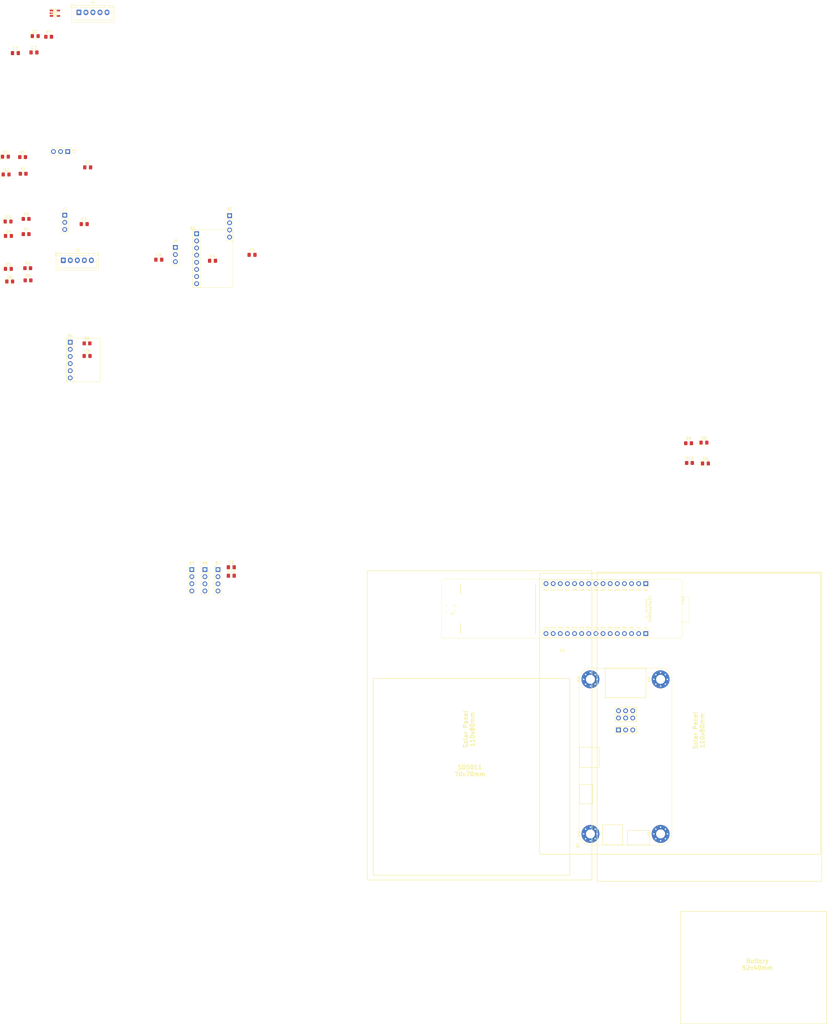
<source format=kicad_pcb>
(kicad_pcb (version 20211014) (generator pcbnew)
  (layers (0 "F.Cu" signal) (31 "B.Cu" signal) (34 "B.Paste" user) (35 "F.Paste" user) (36 "B.SilkS" user "B.Silkscreen") (37 "F.SilkS" user "F.Silkscreen") (38 "B.Mask" user) (39 "F.Mask" user) (44 "Edge.Cuts" user))
  (net 0 "")
  (net 1 "+3V3")
  (net 2 "DATA")
  (net 3 "GND2")
  (net 4 "+5V")
  (net 5 "Net-(D1-Pad2)")
  (net 6 "Net-(D2-Pad2)")
  (net 7 "Net-(D3-Pad2)")
  (net 8 "Net-(D4-Pad2)")
  (net 9 "Net-(D5-Pad2)")
  (net 10 "Net-(D6-Pad2)")
  (net 11 "Net-(D7-Pad2)")
  (net 12 "GND1")
  (net 13 "Net-(D8-Pad2)")
  (net 14 "Net-(D9-Pad2)")
  (net 15 "S0TX-SDS")
  (net 16 "S0RX-SDS")
  (net 17 "S5TX-EXTRA_RX")
  (net 18 "S5RX-EXTRA_TX")
  (net 19 "RST-LoRa")
  (net 20 "SDA")
  (net 21 "SCL")
  (net 22 "EN")
  (net 23 "BAT")
  (net 45 "S2TX-LoRa_RX")
  (net 46 "S2RX-LoRa_TX")
  (net 47 "S0RX-SDS_TX")
  (net 48 "SOTX-SDS_RX")
  (net 50 "Net-(J5-Pad1)")
  (net 51 "Net-(J5-Pad2)")
  (footprint "Resistor_SMD:R_0805_2012Metric_Pad1.20x1.40mm_HandSolder" (layer "F.Cu") (at 137.3 230.21)
    (fp_text reference "R3" (at 0 -1.65) (layer "F.SilkS"))
    (fp_text value "1kΩ")
    (pad "1" smd roundrect (at -1 0) (size 1.2 1.4) (layers "F.Cu" "F.Paste" "F.Mask") (roundrect_rratio 0.208333) (net 7 "Net-(D3-Pad2)"))
    (pad "2" smd roundrect (at 1 0) (size 1.2 1.4) (layers "F.Cu" "F.Paste" "F.Mask") (roundrect_rratio 0.208333) (net 18 "S5RX-EXTRA_TX"))
  )
  (footprint "LED_SMD:LED_0805_2012Metric_Pad1.15x1.40mm_HandSolder" (layer "F.Cu") (at 130.975 247.98)
    (fp_text reference "D5" (at 0 -1.65) (layer "F.SilkS"))
    (fp_text value "LED")
    (pad "1" smd roundrect (at -1.025 0) (size 1.15 1.4) (layers "F.Cu" "F.Paste" "F.Mask") (roundrect_rratio 0.217391) (net 3 "GND2"))
    (pad "2" smd roundrect (at 1.025 0) (size 1.15 1.4) (layers "F.Cu" "F.Paste" "F.Mask") (roundrect_rratio 0.217391) (net 9 "Net-(D5-Pad2)"))
  )
  (footprint "Capacitor_SMD:C_0805_2012Metric_Pad1.18x1.45mm_HandSolder" (layer "F.Cu") (at 159.0125 278.97)
    (fp_text reference "C8" (at 0 -1.68) (layer "F.SilkS"))
    (fp_text value "100nF")
    (pad "1" smd roundrect (at -1.0375 0) (size 1.175 1.45) (layers "F.Cu" "F.Paste" "F.Mask") (roundrect_rratio 0.212766) (net 1 "+3V3"))
    (pad "2" smd roundrect (at 1.0375 0) (size 1.175 1.45) (layers "F.Cu" "F.Paste" "F.Mask") (roundrect_rratio 0.212766) (net 3 "GND2"))
  )
  (footprint "Capacitor_SMD:C_0805_2012Metric_Pad1.18x1.45mm_HandSolder" (layer "F.Cu") (at 159.24 211.87)
    (fp_text reference "C1" (at 0 -1.68) (layer "F.SilkS"))
    (fp_text value "1µF")
    (pad "1" smd roundrect (at -1.0375 0) (size 1.175 1.45) (layers "F.Cu" "F.Paste" "F.Mask") (roundrect_rratio 0.212766) (net 4 "+5V"))
    (pad "2" smd roundrect (at 1.0375 0) (size 1.175 1.45) (layers "F.Cu" "F.Paste" "F.Mask") (roundrect_rratio 0.212766) (net 3 "GND2"))
  )
  (footprint "Resistor_SMD:R_0805_2012Metric_Pad1.20x1.40mm_HandSolder" (layer "F.Cu") (at 158.99 274.49)
    (fp_text reference "R8" (at 0 -1.65) (layer "F.SilkS"))
    (fp_text value "10kΩ")
    (pad "1" smd roundrect (at -1 0) (size 1.2 1.4) (layers "F.Cu" "F.Paste" "F.Mask") (roundrect_rratio 0.208333) (net 2 "DATA"))
    (pad "2" smd roundrect (at 1 0) (size 1.2 1.4) (layers "F.Cu" "F.Paste" "F.Mask") (roundrect_rratio 0.208333) (net 1 "+3V3"))
  )
  (footprint "LED_SMD:LED_0805_2012Metric_Pad1.15x1.40mm_HandSolder" (layer "F.Cu") (at 379.265 317.21)
    (fp_text reference "D9" (at 0 -1.65) (layer "F.SilkS"))
    (fp_text value "LED")
    (pad "1" smd roundrect (at -1.025 0) (size 1.15 1.4) (layers "F.Cu" "F.Paste" "F.Mask") (roundrect_rratio 0.217391) (net 12 "GND1"))
    (pad "2" smd roundrect (at 1.025 0) (size 1.15 1.4) (layers "F.Cu" "F.Paste" "F.Mask") (roundrect_rratio 0.217391) (net 14 "Net-(D9-Pad2)"))
  )
  (footprint "Capacitor_SMD:C_0805_2012Metric_Pad1.18x1.45mm_HandSolder" (layer "F.Cu") (at 210.37 354.14)
    (fp_text reference "C9" (at 0 -1.68) (layer "F.SilkS"))
    (fp_text value "100nF")
    (pad "1" smd roundrect (at -1.0375 0) (size 1.175 1.45) (layers "F.Cu" "F.Paste" "F.Mask") (roundrect_rratio 0.212766) (net 1 "+3V3"))
    (pad "2" smd roundrect (at 1.0375 0) (size 1.175 1.45) (layers "F.Cu" "F.Paste" "F.Mask") (roundrect_rratio 0.212766) (net 3 "GND2"))
  )
  (footprint "Component_Library_Bavo:FLWSB-SAMDaaNo21-v1" (layer "F.Cu") (at 328.171572 383.1975 180)
    (fp_text reference "U1" (at 0 -0.5 180 unlocked) (layer "F.SilkS"))
    (fp_text value "FLWSB-SAMDaaNo21-v1")
    (fp_text user "PB22" (at -19.685 7.62 180 unlocked) (layer "F.SilkS") (effects (font (size 0.5 0.5) (thickness 0.1))))
    (fp_text user "3V3" (at -27.305 7.62 180 unlocked) (layer "F.SilkS") (effects (font (size 0.5 0.5) (thickness 0.1))))
    (fp_text user "PA03" (at -24.765 20.955 unlocked) (layer "F.SilkS") (effects (font (size 0.5 0.5) (thickness 0.1))))
    (fp_text user "PA05" (at -14.605 20.955 unlocked) (layer "F.SilkS") (effects (font (size 0.5 0.5) (thickness 0.1))))
    (fp_text user "PA16" (at 0.635 7.62 180 unlocked) (layer "F.SilkS") (effects (font (size 0.5 0.5) (thickness 0.1))))
    (fp_text user "V1 - 25/10/2022" (at -30.082893 14.327893 90) (layer "F.SilkS") (effects (font (size 0.5 0.5) (thickness 0.1))))
    (fp_text user "PA23" (at -17.145 7.62 180 unlocked) (layer "F.SilkS") (effects (font (size 0.5 0.5) (thickness 0.1))))
    (fp_text user "PA11" (at 0.635 20.955 unlocked) (layer "F.SilkS") (effects (font (size 0.5 0.5) (thickness 0.1))))
    (fp_text user "PB03" (at -22.225 7.62 180 unlocked) (layer "F.SilkS") (effects (font (size 0.5 0.5) (thickness 0.1))))
    (fp_text user "PA18" (at -4.445 7.62 180 unlocked) (layer "F.SilkS") (effects (font (size 0.5 0.5) (thickness 0.1))))
    (fp_text user "PA14" (at 5.715 7.62 180 unlocked) (layer "F.SilkS") (effects (font (size 0.5 0.5) (thickness 0.1))))
    (fp_text user "RF" (at 39.235986 12.562763 180 unlocked) (layer "F.SilkS") (effects (font (size 0.5 0.5) (thickness 0.1))))
    (fp_text user "PA08" (at -22.225 20.955 unlocked) (layer "F.SilkS") (effects (font (size 0.5 0.5) (thickness 0.1))))
    (fp_text user "PA19" (at -6.985 7.62 180 unlocked) (layer "F.SilkS") (effects (font (size 0.5 0.5) (thickness 0.1))))
    (fp_text user "PA04" (at -17.145 20.955 unlocked) (layer "F.SilkS") (effects (font (size 0.5 0.5) (thickness 0.1))))
    (fp_text user "PA12" (at 3.175 20.955 unlocked) (layer "F.SilkS") (effects (font (size 0.5 0.5) (thickness 0.1))))
    (fp_text user "PA20" (at -9.525 7.62 180 unlocked) (layer "F.SilkS") (effects (font (size 0.5 0.5) (thickness 0.1))))
    (fp_text user "PA02" (at -27.305 20.955 unlocked) (layer "F.SilkS") (effects (font (size 0.5 0.5) (thickness 0.1))))
    (fp_text user "PA13" (at 5.715 20.955 unlocked) (layer "F.SilkS") (effects (font (size 0.5 0.5) (thickness 0.1))))
    (fp_text user "PA15" (at 3.175 7.62 180 unlocked) (layer "F.SilkS") (effects (font (size 0.5 0.5) (thickness 0.1))))
    (fp_text user "PA09" (at -19.685 20.955 unlocked) (layer "F.SilkS") (effects (font (size 0.5 0.5) (thickness 0.1))))
    (fp_text user "USB-C" (at -43.18 17.145 270 unlocked) (layer "F.SilkS") (effects (font (size 0.5 0.5) (thickness 0.1))))
    (fp_text user "GND" (at -29.845 20.955 unlocked) (layer "F.SilkS") (effects (font (size 0.5 0.5) (thickness 0.1))))
    (fp_text user "PA06" (at -12.065 20.955 unlocked) (layer "F.SilkS") (effects (font (size 0.5 0.5) (thickness 0.1))))
    (fp_text user "PA22" (at -14.605 7.62 180 unlocked) (layer "F.SilkS") (effects (font (size 0.5 0.5) (thickness 0.1))))
    (fp_text user "PA07" (at -9.525 20.955 unlocked) (layer "F.SilkS") (effects (font (size 0.5 0.5) (thickness 0.1))))
    (fp_text user "PA17" (at -1.905 7.62 180 unlocked) (layer "F.SilkS") (effects (font (size 0.5 0.5) (thickness 0.1))))
    (fp_text user "GND" (at -24.765 7.62 180 unlocked) (layer "F.SilkS") (effects (font (size 0.5 0.5) (thickness 0.1))))
    (fp_text user "SAMDaaNo21" (at -31.386893 14.327893 90) (layer "F.SilkS"))
    (fp_text user "PA10" (at -1.905 20.955 unlocked) (layer "F.SilkS") (effects (font (size 0.5 0.5) (thickness 0.1))))
    (fp_text user "PA08" (at -6.985 20.955 unlocked) (layer "F.SilkS") (effects (font (size 0.5 0.5) (thickness 0.1))))
    (fp_text user "PA09" (at -4.445 20.955 unlocked) (layer "F.SilkS") (effects (font (size 0.5 0.5) (thickness 0.1))))
    (fp_text user "PA21" (at -12.065 7.62 180 unlocked) (layer "F.SilkS") (effects (font (size 0.5 0.5) (thickness 0.1))))
    (fp_text user "VIN" (at -29.845 7.62 180 unlocked) (layer "F.SilkS") (effects (font (size 0.5 0.5) (thickness 0.1))))
    (pad "1" thru_hole rect (at -29.862893 23.232893 270) (size 1.7 1.7) (drill 1) (layers *.Cu *.Mask) (net 12 "GND1"))
    (pad "2" thru_hole oval (at -27.322893 23.232893 270) (size 1.7 1.7) (drill 1) (layers *.Cu *.Mask) (net 23 "BAT"))
    (pad "3" thru_hole oval (at -24.782893 23.232893 270) (size 1.7 1.7) (drill 1) (layers *.Cu *.Mask) (net 22 "EN"))
    (pad "4" thru_hole oval (at -22.242893 23.232893 270) (size 1.7 1.7) (drill 1) (layers *.Cu *.Mask) (net 2 "DATA"))
    (pad "5" thru_hole oval (at -19.702893 23.232893 270) (size 1.7 1.7) (drill 1) (layers *.Cu *.Mask))
    (pad "6" thru_hole oval (at -17.162893 23.232893 270) (size 1.7 1.7) (drill 1) (layers *.Cu *.Mask) (net 48 "SOTX-SDS_RX"))
    (pad "7" thru_hole oval (at -14.622893 23.232893 270) (size 1.7 1.7) (drill 1) (layers *.Cu *.Mask) (net 47 "S0RX-SDS_TX"))
    (pad "8" thru_hole oval (at -12.082893 23.232893 270) (size 1.7 1.7) (drill 1) (layers *.Cu *.Mask))
    (pad "9" thru_hole oval (at -9.542893 23.232893 270) (size 1.7 1.7) (drill 1) (layers *.Cu *.Mask))
    (pad "10" thru_hole oval (at -7.002893 23.232893 270) (size 1.7 1.7) (drill 1) (layers *.Cu *.Mask) (net 45 "S2TX-LoRa_RX"))
    (pad "11" thru_hole oval (at -4.462893 23.232893 270) (size 1.7 1.7) (drill 1) (layers *.Cu *.Mask) (net 46 "S2RX-LoRa_TX"))
    (pad "12" thru_hole oval (at -1.922893 23.232893 270) (size 1.7 1.7) (drill 1) (layers *.Cu *.Mask) (net 19 "RST-LoRa"))
    (pad "13" thru_hole oval (at 0.617107 23.232893 270) (size 1.7 1.7) (drill 1) (layers *.Cu *.Mask))
    (pad "14" thru_hole oval (at 3.157107 23.232893 270) (size 1.7 1.7) (drill 1) (layers *.Cu *.Mask) (net 20 "SDA"))
    (pad "15" thru_hole oval (at 5.697107 23.232893 270) (size 1.7 1.7) (drill 1) (layers *.Cu *.Mask) (net 21 "SCL"))
    (pad "16" thru_hole oval (at 5.697107 5.452893 270) (size 1.7 1.7) (drill 1) (layers *.Cu *.Mask))
    (pad "17" thru_hole oval (at 3.157107 5.452893 270) (size 1.7 1.7) (drill 1) (layers *.Cu *.Mask))
    (pad "18" thru_hole oval (at 0.617107 5.452893 270) (size 1.7 1.7) (drill 1) (layers *.Cu *.Mask))
    (pad "19" thru_hole oval (at -1.922893 5.452893 270) (size 1.7 1.7) (drill 1) (layers *.Cu *.Mask))
    (pad "20" thru_hole oval (at -4.462893 5.452893 270) (size 1.7 1.7) (drill 1) (layers *.Cu *.Mask))
    (pad "21" thru_hole oval (at -7.002893 5.452893 270) (size 1.7 1.7) (drill 1) (layers *.Cu *.Mask))
    (pad "22" thru_hole oval (at -9.542893 5.452893 270) (size 1.7 1.7) (drill 1) (layers *.Cu *.Mask))
    (pad "23" thru_hole oval (at -12.082893 5.452893 270) (size 1.7 1.7) (drill 1) (layers *.Cu *.Mask))
    (pad "24" thru_hole oval (at -14.622893 5.452893 270) (size 1.7 1.7) (drill 1) (layers *.Cu *.Mask) (net 18 "S5RX-EXTRA_TX"))
    (pad "25" thru_hole oval (at -17.162893 5.452893 270) (size 1.7 1.7) (drill 1) (layers *.Cu *.Mask) (net 17 "S5TX-EXTRA_RX"))
    (pad "26" thru_hole oval (at -19.702893 5.452893 270) (size 1.7 1.7) (drill 1) (layers *.Cu *.Mask))
    (pad "27" thru_hole oval (at -22.242893 5.452893 270) (size 1.7 1.7) (drill 1) (layers *.Cu *.Mask))
    (pad "28" thru_hole oval (at -24.782893 5.452893 270) (size 1.7 1.7) (drill 1) (layers *.Cu *.Mask) (net 12 "GND1"))
    (pad "29" thru_hole oval (at -27.322893 5.452893 270) (size 1.7 1.7) (drill 1) (layers *.Cu *.Mask) (net 51 "Net-(J5-Pad2)"))
    (pad "30" thru_hole rect (at -29.862893 5.452893 270) (size 1.7 1.7) (drill 1) (layers *.Cu *.Mask) (net 50 "Net-(J5-Pad1)"))
  )
  (footprint "Resistor_SMD:R_0805_2012Metric_Pad1.20x1.40mm_HandSolder" (layer "F.Cu") (at 373.58 317.04)
    (fp_text reference "R10" (at 0 -1.65) (layer "F.SilkS"))
    (fp_text value "1kΩ")
    (pad "1" smd roundrect (at -1 0) (size 1.2 1.4) (layers "F.Cu" "F.Paste" "F.Mask") (roundrect_rratio 0.208333) (net 51 "Net-(J5-Pad2)"))
    (pad "2" smd roundrect (at 1 0) (size 1.2 1.4) (layers "F.Cu" "F.Paste" "F.Mask") (roundrect_rratio 0.208333) (net 14 "Net-(D9-Pad2)"))
  )
  (footprint "LED_SMD:LED_0805_2012Metric_Pad1.15x1.40mm_HandSolder" (layer "F.Cu") (at 130.18 214.39)
    (fp_text reference "D2" (at 0 -1.65) (layer "F.SilkS"))
    (fp_text value "LED")
    (pad "1" smd roundrect (at -1.025 0) (size 1.15 1.4) (layers "F.Cu" "F.Paste" "F.Mask") (roundrect_rratio 0.217391) (net 3 "GND2"))
    (pad "2" smd roundrect (at 1.025 0) (size 1.15 1.4) (layers "F.Cu" "F.Paste" "F.Mask") (roundrect_rratio 0.217391) (net 6 "Net-(D2-Pad2)"))
  )
  (footprint "Capacitor_SMD:C_0805_2012Metric_Pad1.18x1.45mm_HandSolder" (layer "F.Cu") (at 217.7725 242.99)
    (fp_text reference "C5" (at 0 -1.68) (layer "F.SilkS"))
    (fp_text value "100nF")
    (pad "1" smd roundrect (at -1.0375 0) (size 1.175 1.45) (layers "F.Cu" "F.Paste" "F.Mask") (roundrect_rratio 0.212766) (net 1 "+3V3"))
    (pad "2" smd roundrect (at 1.0375 0) (size 1.175 1.45) (layers "F.Cu" "F.Paste" "F.Mask") (roundrect_rratio 0.212766) (net 3 "GND2"))
  )
  (footprint "MountingHole:MountingHole_3.2mm_M3_Pad_Via" (layer "F.Cu") (at 338.3 394.02 90)
    (fp_text reference "H3" (at 0 -4.2 90) (layer "F.SilkS"))
    (fp_text value "MountingHole")
    (pad "1" thru_hole circle (at -1.697056 -1.697056 90) (size 0.8 0.8) (drill 0.5) (layers *.Cu *.Mask))
    (pad "1" thru_hole circle (at 1.697056 -1.697056 90) (size 0.8 0.8) (drill 0.5) (layers *.Cu *.Mask))
    (pad "1" thru_hole circle (at 2.4 0 90) (size 0.8 0.8) (drill 0.5) (layers *.Cu *.Mask))
    (pad "1" thru_hole circle (at -1.697056 1.697056 90) (size 0.8 0.8) (drill 0.5) (layers *.Cu *.Mask))
    (pad "1" thru_hole circle (at 0 0 90) (size 6.4 6.4) (drill 3.2) (layers *.Cu *.Mask))
    (pad "1" thru_hole circle (at -2.4 0 90) (size 0.8 0.8) (drill 0.5) (layers *.Cu *.Mask))
    (pad "1" thru_hole circle (at 0 2.4 90) (size 0.8 0.8) (drill 0.5) (layers *.Cu *.Mask))
    (pad "1" thru_hole circle (at 1.697056 1.697056 90) (size 0.8 0.8) (drill 0.5) (layers *.Cu *.Mask))
    (pad "1" thru_hole circle (at 0 -2.4 90) (size 0.8 0.8) (drill 0.5) (layers *.Cu *.Mask))
  )
  (footprint "Component_Library_Bavo:CCS811_Breakout" (layer "F.Cu") (at 196.6425 234.11)
    (fp_text reference "B3" (at 0 -0.5 unlocked) (layer "F.SilkS"))
    (fp_text value "CCS811_Breakout")
    (pad "1" thru_hole rect (at 1.4 1.37) (size 1.7 1.7) (drill 1) (layers *.Cu *.Mask) (net 1 "+3V3"))
    (pad "2" thru_hole oval (at 1.4 3.91) (size 1.7 1.7) (drill 1) (layers *.Cu *.Mask) (net 3 "GND2"))
    (pad "3" thru_hole oval (at 1.4 6.45) (size 1.7 1.7) (drill 1) (layers *.Cu *.Mask) (net 21 "SCL"))
    (pad "4" thru_hole oval (at 1.4 8.99) (size 1.7 1.7) (drill 1) (layers *.Cu *.Mask) (net 20 "SDA"))
    (pad "5" thru_hole oval (at 1.4 11.53) (size 1.7 1.7) (drill 1) (layers *.Cu *.Mask))
    (pad "6" thru_hole oval (at 1.4 14.07) (size 1.7 1.7) (drill 1) (layers *.Cu *.Mask))
    (pad "7" thru_hole oval (at 1.4 16.61) (size 1.7 1.7) (drill 1) (layers *.Cu *.Mask))
    (pad "8" thru_hole oval (at 1.4 19.15) (size 1.7 1.7) (drill 1) (layers *.Cu *.Mask))
  )
  (footprint "MountingHole:MountingHole_3.2mm_M3_Pad_Via" (layer "F.Cu") (at 338.3 449.02 90)
    (fp_text reference "H2" (at 0 -4.2 90) (layer "F.SilkS"))
    (fp_text value "MountingHole")
    (pad "1" thru_hole circle (at 1.697056 1.697056 90) (size 0.8 0.8) (drill 0.5) (layers *.Cu *.Mask))
    (pad "1" thru_hole circle (at -2.4 0 90) (size 0.8 0.8) (drill 0.5) (layers *.Cu *.Mask))
    (pad "1" thru_hole circle (at -1.697056 1.697056 90) (size 0.8 0.8) (drill 0.5) (layers *.Cu *.Mask))
    (pad "1" thru_hole circle (at 1.697056 -1.697056 90) (size 0.8 0.8) (drill 0.5) (layers *.Cu *.Mask))
    (pad "1" thru_hole circle (at 2.4 0 90) (size 0.8 0.8) (drill 0.5) (layers *.Cu *.Mask))
    (pad "1" thru_hole circle (at 0 2.4 90) (size 0.8 0.8) (drill 0.5) (layers *.Cu *.Mask))
    (pad "1" thru_hole circle (at 0 -2.4 90) (size 0.8 0.8) (drill 0.5) (layers *.Cu *.Mask))
    (pad "1" thru_hole circle (at -1.697056 -1.697056 90) (size 0.8 0.8) (drill 0.5) (layers *.Cu *.Mask))
    (pad "1" thru_hole circle (at 0 0 90) (size 6.4 6.4) (drill 3.2) (layers *.Cu *.Mask))
  )
  (footprint "Connector_PinHeader_2.54mm:PinHeader_1x04_P2.54mm_Vertical" (layer "F.Cu") (at 196.34 354.96)
    (fp_text reference "B5" (at 0 -2.33) (layer "F.SilkS"))
    (fp_text value "GY-SGP41_Breakout")
    (pad "1" thru_hole rect (at 0 0) (size 1.7 1.7) (drill 1) (layers *.Cu *.Mask) (net 1 "+3V3"))
    (pad "2" thru_hole oval (at 0 2.54) (size 1.7 1.7) (drill 1) (layers *.Cu *.Mask) (net 3 "GND2"))
    (pad "3" thru_hole oval (at 0 5.08) (size 1.7 1.7) (drill 1) (layers *.Cu *.Mask) (net 21 "SCL"))
    (pad "4" thru_hole oval (at 0 7.62) (size 1.7 1.7) (drill 1) (layers *.Cu *.Mask) (net 20 "SDA"))
  )
  (footprint "Capacitor_SMD:C_0805_2012Metric_Pad1.18x1.45mm_HandSolder" (layer "F.Cu") (at 157.99 232.05)
    (fp_text reference "C2" (at 0 -1.68) (layer "F.SilkS"))
    (fp_text value "100nF")
    (pad "1" smd roundrect (at -1.0375 0) (size 1.175 1.45) (layers "F.Cu" "F.Paste" "F.Mask") (roundrect_rratio 0.212766) (net 1 "+3V3"))
    (pad "2" smd roundrect (at 1.0375 0) (size 1.175 1.45) (layers "F.Cu" "F.Paste" "F.Mask") (roundrect_rratio 0.212766) (net 3 "GND2"))
  )
  (footprint "Connector_PinHeader_2.54mm:PinHeader_1x03_P2.54mm_Vertical" (layer "F.Cu") (at 151.07 228.89)
    (fp_text reference "J1" (at 0 -2.33) (layer "F.SilkS"))
    (fp_text value "Conn_01x03_Male")
    (pad "1" thru_hole rect (at 0 0) (size 1.7 1.7) (drill 1) (layers *.Cu *.Mask) (net 45 "S2TX-LoRa_RX"))
    (pad "2" thru_hole oval (at 0 2.54) (size 1.7 1.7) (drill 1) (layers *.Cu *.Mask) (net 46 "S2RX-LoRa_TX"))
    (pad "3" thru_hole oval (at 0 5.08) (size 1.7 1.7) (drill 1) (layers *.Cu *.Mask) (net 19 "RST-LoRa"))
  )
  (footprint "LED_SMD:LED_0805_2012Metric_Pad1.15x1.40mm_HandSolder" (layer "F.Cu") (at 131.005 236.27)
    (fp_text reference "D4" (at 0 -1.65) (layer "F.SilkS"))
    (fp_text value "LED")
    (pad "1" smd roundrect (at -1.025 0) (size 1.15 1.4) (layers "F.Cu" "F.Paste" "F.Mask") (roundrect_rratio 0.217391) (net 3 "GND2"))
    (pad "2" smd roundrect (at 1.025 0) (size 1.15 1.4) (layers "F.Cu" "F.Paste" "F.Mask") (roundrect_rratio 0.217391) (net 8 "Net-(D4-Pad2)"))
  )
  (footprint "Capacitor_SMD:C_0805_2012Metric_Pad1.18x1.45mm_HandSolder" (layer "F.Cu") (at 184.5625 244.71)
    (fp_text reference "C6" (at 0 -1.68) (layer "F.SilkS"))
    (fp_text value "100nF")
    (pad "1" smd roundrect (at -1.0375 0) (size 1.175 1.45) (layers "F.Cu" "F.Paste" "F.Mask") (roundrect_rratio 0.212766) (net 1 "+3V3"))
    (pad "2" smd roundrect (at 1.0375 0) (size 1.175 1.45) (layers "F.Cu" "F.Paste" "F.Mask") (roundrect_rratio 0.212766) (net 3 "GND2"))
  )
  (footprint "Connector_JST:JST_XH_B5B-XH-A_1x05_P2.50mm_Vertical" (layer "F.Cu") (at 150.54 244.925)
    (fp_text reference "J2" (at 5 -3.55) (layer "F.SilkS"))
    (fp_text value "SDS011_JST-XH-5")
    (pad "1" thru_hole roundrect (at 0 0) (size 1.7 1.95) (drill 0.95) (layers *.Cu *.Mask) (roundrect_rratio 0.147059) (net 47 "S0RX-SDS_TX"))
    (pad "2" thru_hole oval (at 2.5 0) (size 1.7 1.95) (drill 0.95) (layers *.Cu *.Mask) (net 48 "SOTX-SDS_RX"))
    (pad "3" thru_hole oval (at 5 0) (size 1.7 1.95) (drill 0.95) (layers *.Cu *.Mask) (net 3 "GND2"))
    (pad "4" thru_hole oval (at 7.5 0) (size 1.7 1.95) (drill 0.95) (layers *.Cu *.Mask) (net 4 "+5V"))
    (pad "5" thru_hole oval (at 10 0) (size 1.7 1.95) (drill 0.95) (layers *.Cu *.Mask))
  )
  (footprint "Component_Library_Bavo:SOT95P280X145-5N" (layer "F.Cu") (at 147.56 157.025)
    (fp_text reference "IC1" (at 0 0) (layer "F.SilkS") (effects (font (size 1.27 1.27) (thickness 0.254))))
    (fp_text value "LDL1117S33R" hide)
    (pad "1" smd rect (at -1.25 -0.95 90) (size 0.6 1.2) (layers "F.Cu" "F.Paste" "F.Mask") (net 3 "GND2"))
    (pad "2" smd rect (at -1.25 0 90) (size 0.6 1.2) (layers "F.Cu" "F.Paste" "F.Mask") (net 1 "+3V3"))
    (pad "3" smd rect (at -1.25 0.95 90) (size 0.6 1.2) (layers "F.Cu" "F.Paste" "F.Mask") (net 4 "+5V"))
    (pad "4" smd rect (at 1.25 0.95 90) (size 0.6 1.2) (layers "F.Cu" "F.Paste" "F.Mask") (net 1 "+3V3"))
    (pad "5" smd rect (at 1.25 -0.95 90) (size 0.6 1.2) (layers "F.Cu" "F.Paste" "F.Mask"))
  )
  (footprint "Capacitor_SMD:C_0805_2012Metric_Pad1.18x1.45mm_HandSolder" (layer "F.Cu") (at 140.1 170.975)
    (fp_text reference "C7" (at 0 -1.68) (layer "F.SilkS"))
    (fp_text value "100nF")
    (pad "1" smd roundrect (at -1.0375 0) (size 1.175 1.45) (layers "F.Cu" "F.Paste" "F.Mask") (roundrect_rratio 0.212766) (net 1 "+3V3"))
    (pad "2" smd roundrect (at 1.0375 0) (size 1.175 1.45) (layers "F.Cu" "F.Paste" "F.Mask") (roundrect_rratio 0.212766) (net 3 "GND2"))
  )
  (footprint "Resistor_SMD:R_0805_2012Metric_Pad1.20x1.40mm_HandSolder" (layer "F.Cu") (at 136.06 208.2)
    (fp_text reference "R1" (at 0 -1.65) (layer "F.SilkS"))
    (fp_text value "1kΩ")
    (pad "1" smd roundrect (at -1 0) (size 1.2 1.4) (layers "F.Cu" "F.Paste" "F.Mask") (roundrect_rratio 0.208333) (net 5 "Net-(D1-Pad2)"))
    (pad "2" smd roundrect (at 1 0) (size 1.2 1.4) (layers "F.Cu" "F.Paste" "F.Mask") (roundrect_rratio 0.208333) (net 15 "S0TX-SDS"))
  )
  (footprint "Capacitor_SMD:C_0805_2012Metric_Pad1.18x1.45mm_HandSolder" (layer "F.Cu") (at 210.37 357.15)
    (fp_text reference "C10" (at 0 -1.68) (layer "F.SilkS"))
    (fp_text value "100nF")
    (pad "1" smd roundrect (at -1.0375 0) (size 1.175 1.45) (layers "F.Cu" "F.Paste" "F.Mask") (roundrect_rratio 0.212766) (net 1 "+3V3"))
    (pad "2" smd roundrect (at 1.0375 0) (size 1.175 1.45) (layers "F.Cu" "F.Paste" "F.Mask") (roundrect_rratio 0.212766) (net 3 "GND2"))
  )
  (footprint "LED_SMD:LED_0805_2012Metric_Pad1.15x1.40mm_HandSolder" (layer "F.Cu") (at 131.47 252.47)
    (fp_text reference "D6" (at 0 -1.65) (layer "F.SilkS"))
    (fp_text value "LED")
    (pad "1" smd roundrect (at -1.025 0) (size 1.15 1.4) (layers "F.Cu" "F.Paste" "F.Mask") (roundrect_rratio 0.217391) (net 3 "GND2"))
    (pad "2" smd roundrect (at 1.025 0) (size 1.15 1.4) (layers "F.Cu" "F.Paste" "F.Mask") (roundrect_rratio 0.217391) (net 10 "Net-(D6-Pad2)"))
  )
  (footprint "Resistor_SMD:R_0805_2012Metric_Pad1.20x1.40mm_HandSolder" (layer "F.Cu") (at 137.98 252.07)
    (fp_text reference "R6" (at 0 -1.65) (layer "F.SilkS"))
    (fp_text value "1kΩ")
    (pad "1" smd roundrect (at -1 0) (size 1.2 1.4) (layers "F.Cu" "F.Paste" "F.Mask") (roundrect_rratio 0.208333) (net 10 "Net-(D6-Pad2)"))
    (pad "2" smd roundrect (at 1 0) (size 1.2 1.4) (layers "F.Cu" "F.Paste" "F.Mask") (roundrect_rratio 0.208333) (net 45 "S2TX-LoRa_RX"))
  )
  (footprint "LED_SMD:LED_0805_2012Metric_Pad1.15x1.40mm_HandSolder" (layer "F.Cu") (at 378.7425 309.79)
    (fp_text reference "D8" (at 0 -1.65) (layer "F.SilkS"))
    (fp_text value "LED")
    (pad "1" smd roundrect (at -1.025 0) (size 1.15 1.4) (layers "F.Cu" "F.Paste" "F.Mask") (roundrect_rratio 0.217391) (net 12 "GND1"))
    (pad "2" smd roundrect (at 1.025 0) (size 1.15 1.4) (layers "F.Cu" "F.Paste" "F.Mask") (roundrect_rratio 0.217391) (net 13 "Net-(D8-Pad2)"))
  )
  (footprint "Connector_PinHeader_2.54mm:PinHeader_1x04_P2.54mm_Vertical" (layer "F.Cu") (at 205.64 354.96)
    (fp_text reference "B7" (at 0 -2.33) (layer "F.SilkS"))
    (fp_text value "DHT22_Breakout")
    (pad "1" thru_hole rect (at 0 0) (size 1.7 1.7) (drill 1) (layers *.Cu *.Mask) (net 1 "+3V3"))
    (pad "2" thru_hole oval (at 0 2.54) (size 1.7 1.7) (drill 1) (layers *.Cu *.Mask) (net 2 "DATA"))
    (pad "3" thru_hole oval (at 0 5.08) (size 1.7 1.7) (drill 1) (layers *.Cu *.Mask))
    (pad "4" thru_hole oval (at 0 7.62) (size 1.7 1.7) (drill 1) (layers *.Cu *.Mask) (net 3 "GND2"))
  )
  (footprint "Component_Library_Bavo:BM280_Breakout" (layer "F.Cu") (at 151.61 272.67)
    (fp_text reference "B4" (at 1.36 -0.9 unlocked) (layer "F.SilkS"))
    (fp_text value "BME280_Breakout")
    (pad "1" thru_hole rect (at 1.4 1.4) (size 1.7 1.7) (drill 1) (layers *.Cu *.Mask) (net 1 "+3V3"))
    (pad "2" thru_hole oval (at 1.4 3.94) (size 1.7 1.7) (drill 1) (layers *.Cu *.Mask) (net 3 "GND2"))
    (pad "3" thru_hole oval (at 1.4 6.48) (size 1.7 1.7) (drill 1) (layers *.Cu *.Mask) (net 21 "SCL"))
    (pad "4" thru_hole oval (at 1.4 9.02) (size 1.7 1.7) (drill 1) (layers *.Cu *.Mask) (net 20 "SDA"))
    (pad "5" thru_hole oval (at 1.4 11.56) (size 1.7 1.7) (drill 1) (layers *.Cu *.Mask))
    (pad "6" thru_hole oval (at 1.4 14.1) (size 1.7 1.7) (drill 1) (layers *.Cu *.Mask))
  )
  (footprint "Connector_PinHeader_2.54mm:PinHeader_1x04_P2.54mm_Vertical" (layer "F.Cu") (at 209.775 229.06)
    (fp_text reference "B2" (at 0 -2.33) (layer "F.SilkS"))
    (fp_text value "GY-NEO6MV2_Breakout")
    (pad "1" thru_hole rect (at 0 0) (size 1.7 1.7) (drill 1) (layers *.Cu *.Mask) (net 1 "+3V3"))
    (pad "2" thru_hole oval (at 0 2.54) (size 1.7 1.7) (drill 1) (layers *.Cu *.Mask) (net 17 "S5TX-EXTRA_RX"))
    (pad "3" thru_hole oval (at 0 5.08) (size 1.7 1.7) (drill 1) (layers *.Cu *.Mask) (net 18 "S5RX-EXTRA_TX"))
    (pad "4" thru_hole oval (at 0 7.62) (size 1.7 1.7) (drill 1) (layers *.Cu *.Mask) (net 3 "GND2"))
  )
  (footprint "Component_Library_Bavo:DFROBOT-DFR0559" (layer "F.Cu") (at 334.3 453.02 90)
    (fp_text reference "B1" (at 0 -0.5 90 unlocked) (layer "F.SilkS"))
    (fp_text value "DFROBOT-DFR0559")
    (pad "1" thru_hole rect (at 41 14 90) (size 1.7 1.7) (drill 1) (layers *.Cu *.Mask) (net 12 "GND1"))
    (pad "2" thru_hole circle (at 41 16.54 90) (size 1.7 1.7) (drill 1) (layers *.Cu *.Mask) (net 22 "EN"))
    (pad "3" thru_hole circle (at 41 19.08 90) (size 1.7 1.7) (drill 1) (layers *.Cu *.Mask) (net 23 "BAT"))
    (pad "4" thru_hole circle (at 45.24 13.99 90) (size 1.7 1.7) (drill 1) (layers *.Cu *.Mask) (net 4 "+5V"))
    (pad "5" thru_hole circle (at 45.24 16.54 90) (size 1.7 1.7) (drill 1) (layers *.Cu *.Mask) (net 4 "+5V"))
    (pad "6" thru_hole circle (at 45.24 19.08 90) (size 1.7 1.7) (drill 1) (layers *.Cu *.Mask) (net 4 "+5V"))
    (pad "7" thru_hole circle (at 47.82 14.02 90) (size 1.7 1.7) (drill 1) (layers *.Cu *.Mask) (net 3 "GND2"))
    (pad "8" thru_hole circle (at 47.82 16.54 90) (size 1.7 1.7) (drill 1) (layers *.Cu *.Mask) (net 3 "GND2"))
    (pad "9" thru_hole circle (at 47.82 19.08 90) (size 1.7 1.7) (drill 1) (layers *.Cu *.Mask) (net 3 "GND2"))
  )
  (footprint "Resistor_SMD:R_0805_2012Metric_Pad1.20x1.40mm_HandSolder" (layer "F.Cu") (at 373.26 310.02)
    (fp_text reference "R9" (at 0 -1.65) (layer "F.SilkS"))
    (fp_text value "1kΩ")
    (pad "1" smd roundrect (at -1 0) (size 1.2 1.4) (layers "F.Cu" "F.Paste" "F.Mask") (roundrect_rratio 0.208333) (net 50 "Net-(J5-Pad1)"))
    (pad "2" smd roundrect (at 1 0) (size 1.2 1.4) (layers "F.Cu" "F.Paste" "F.Mask") (roundrect_rratio 0.208333) (net 13 "Net-(D8-Pad2)"))
  )
  (footprint "Resistor_SMD:R_0805_2012Metric_Pad1.20x1.40mm_HandSolder" (layer "F.Cu") (at 137.3 235.61)
    (fp_text reference "R4" (at 0 -1.65) (layer "F.SilkS"))
    (fp_text value "1kΩ")
    (pad "1" smd roundrect (at -1 0) (size 1.2 1.4) (layers "F.Cu" "F.Paste" "F.Mask") (roundrect_rratio 0.208333) (net 8 "Net-(D4-Pad2)"))
    (pad "2" smd roundrect (at 1 0) (size 1.2 1.4) (layers "F.Cu" "F.Paste" "F.Mask") (roundrect_rratio 0.208333) (net 17 "S5TX-EXTRA_RX"))
  )
  (footprint "LED_SMD:LED_0805_2012Metric_Pad1.15x1.40mm_HandSolder" (layer "F.Cu") (at 140.5525 165.165)
    (fp_text reference "D7" (at 0 -1.65) (layer "F.SilkS"))
    (fp_text value "LED")
    (pad "1" smd roundrect (at -1.025 0) (size 1.15 1.4) (layers "F.Cu" "F.Paste" "F.Mask") (roundrect_rratio 0.217391) (net 3 "GND2"))
    (pad "2" smd roundrect (at 1.025 0) (size 1.15 1.4) (layers "F.Cu" "F.Paste" "F.Mask") (roundrect_rratio 0.217391) (net 11 "Net-(D7-Pad2)"))
  )
  (footprint "Capacitor_SMD:C_0805_2012Metric_Pad1.18x1.45mm_HandSolder" (layer "F.Cu") (at 203.7025 245.09)
    (fp_text reference "C4" (at 0 -1.68) (layer "F.SilkS"))
    (fp_text value "1µF")
    (pad "1" smd roundrect (at -1.0375 0) (size 1.175 1.45) (layers "F.Cu" "F.Paste" "F.Mask") (roundrect_rratio 0.212766) (net 4 "+5V"))
    (pad "2" smd roundrect (at 1.0375 0) (size 1.175 1.45) (layers "F.Cu" "F.Paste" "F.Mask") (roundrect_rratio 0.212766) (net 3 "GND2"))
  )
  (footprint "Resistor_SMD:R_0805_2012Metric_Pad1.20x1.40mm_HandSolder" (layer "F.Cu") (at 145.33 165.395)
    (fp_text reference "R7" (at 0 -1.65) (layer "F.SilkS"))
    (fp_text value "1kΩ")
    (pad "1" smd roundrect (at -1 0) (size 1.2 1.4) (layers "F.Cu" "F.Paste" "F.Mask") (roundrect_rratio 0.208333) (net 1 "+3V3"))
    (pad "2" smd roundrect (at 1 0) (size 1.2 1.4) (layers "F.Cu" "F.Paste" "F.Mask") (roundrect_rratio 0.208333) (net 11 "Net-(D7-Pad2)"))
  )
  (footprint "Connector_PinHeader_2.54mm:PinHeader_1x03_P2.54mm_Vertical" (layer "F.Cu") (at 190.47 240.35)
    (fp_text reference "J5" (at 0 -2.33) (layer "F.SilkS"))
    (fp_text value "Conn_01x03_Male")
    (pad "1" thru_hole rect (at 0 0) (size 1.7 1.7) (drill 1) (layers *.Cu *.Mask) (net 50 "Net-(J5-Pad1)"))
    (pad "2" thru_hole oval (at 0 2.54) (size 1.7 1.7) (drill 1) (layers *.Cu *.Mask) (net 51 "Net-(J5-Pad2)"))
    (pad "3" thru_hole oval (at 0 5.08) (size 1.7 1.7) (drill 1) (layers *.Cu *.Mask) (net 12 "GND1"))
  )
  (footprint "MountingHole:MountingHole_3.2mm_M3_Pad_Via" (layer "F.Cu") (at 363.3 394.02 90)
    (fp_text reference "H4" (at 0 -4.2 90) (layer "F.SilkS"))
    (fp_text value "MountingHole")
    (pad "1" thru_hole circle (at 0 -2.4 90) (size 0.8 0.8) (drill 0.5) (layers *.Cu *.Mask))
    (pad "1" thru_hole circle (at 0 2.4 90) (size 0.8 0.8) (drill 0.5) (layers *.Cu *.Mask))
    (pad "1" thru_hole circle (at -1.697056 -1.697056 90) (size 0.8 0.8) (drill 0.5) (layers *.Cu *.Mask))
    (pad "1" thru_hole circle (at 1.697056 -1.697056 90) (size 0.8 0.8) (drill 0.5) (layers *.Cu *.Mask))
    (pad "1" thru_hole circle (at 0 0 90) (size 6.4 6.4) (drill 3.2) (layers *.Cu *.Mask))
    (pad "1" thru_hole circle (at 2.4 0 90) (size 0.8 0.8) (drill 0.5) (layers *.Cu *.Mask))
    (pad "1" thru_hole circle (at 1.697056 1.697056 90) (size 0.8 0.8) (drill 0.5) (layers *.Cu *.Mask))
    (pad "1" thru_hole circle (at -1.697056 1.697056 90) (size 0.8 0.8) (drill 0.5) (layers *.Cu *.Mask))
    (pad "1" thru_hole circle (at -2.4 0 90) (size 0.8 0.8) (drill 0.5) (layers *.Cu *.Mask))
  )
  (footprint "MountingHole:MountingHole_3.2mm_M3_Pad_Via" (layer "F.Cu") (at 363.3 449.02 90)
    (fp_text reference "H1" (at 0 -4.2 90) (layer "F.SilkS"))
    (fp_text value "MountingHole")
    (pad "1" thru_hole circle (at 1.697056 -1.697056 90) (size 0.8 0.8) (drill 0.5) (layers *.Cu *.Mask))
    (pad "1" thru_hole circle (at 0 -2.4 90) (size 0.8 0.8) (drill 0.5) (layers *.Cu *.Mask))
    (pad "1" thru_hole circle (at 2.4 0 90) (size 0.8 0.8) (drill 0.5) (layers *.Cu *.Mask))
    (pad "1" thru_hole circle (at 0 0 90) (size 6.4 6.4) (drill 3.2) (layers *.Cu *.Mask))
    (pad "1" thru_hole circle (at -1.697056 -1.697056 90) (size 0.8 0.8) (drill 0.5) (layers *.Cu *.Mask))
    (pad "1" thru_hole circle (at 1.697056 1.697056 90) (size 0.8 0.8) (drill 0.5) (layers *.Cu *.Mask))
    (pad "1" thru_hole circle (at 0 2.4 90) (size 0.8 0.8) (drill 0.5) (layers *.Cu *.Mask))
    (pad "1" thru_hole circle (at -1.697056 1.697056 90) (size 0.8 0.8) (drill 0.5) (layers *.Cu *.Mask))
    (pad "1" thru_hole circle (at -2.4 0 90) (size 0.8 0.8) (drill 0.5) (layers *.Cu *.Mask))
  )
  (footprint "Resistor_SMD:R_0805_2012Metric_Pad1.20x1.40mm_HandSolder" (layer "F.Cu") (at 137.88 247.73)
    (fp_text reference "R5" (at 0 -1.65) (layer "F.SilkS"))
    (fp_text value "1kΩ")
    (pad "1" smd roundrect (at -1 0) (size 1.2 1.4) (layers "F.Cu" "F.Paste" "F.Mask") (roundrect_rratio 0.208333) (net 9 "Net-(D5-Pad2)"))
    (pad "2" smd roundrect (at 1 0) (size 1.2 1.4) (layers "F.Cu" "F.Paste" "F.Mask") (roundrect_rratio 0.208333) (net 46 "S2RX-LoRa_TX"))
  )
  (footprint "LED_SMD:LED_0805_2012Metric_Pad1.15x1.40mm_HandSolder" (layer "F.Cu") (at 129.92 208.07)
    (fp_text reference "D1" (at 0 -1.65) (layer "F.SilkS"))
    (fp_text value "LED")
    (pad "1" smd roundrect (at -1.025 0) (size 1.15 1.4) (layers "F.Cu" "F.Paste" "F.Mask") (roundrect_rratio 0.217391) (net 3 "GND2"))
    (pad "2" smd roundrect (at 1.025 0) (size 1.15 1.4) (layers "F.Cu" "F.Paste" "F.Mask") (roundrect_rratio 0.217391) (net 5 "Net-(D1-Pad2)"))
  )
  (footprint "Connector_PinHeader_2.54mm:PinHeader_1x03_P2.54mm_Vertical" (layer "F.Cu") (at 152.12 206.25 -90)
    (fp_text reference "J3" (at 0 -2.33 -90) (layer "F.SilkS"))
    (fp_text value "Conn_01x03_Male")
    (pad "1" thru_hole rect (at 0 0 270) (size 1.7 1.7) (drill 1) (layers *.Cu *.Mask) (net 4 "+5V"))
    (pad "2" thru_hole oval (at 0 2.54 270) (size 1.7 1.7) (drill 1) (layers *.Cu *.Mask) (net 1 "+3V3"))
    (pad "3" thru_hole oval (at 0 5.08 270) (size 1.7 1.7) (drill 1) (layers *.Cu *.Mask) (net 3 "GND2"))
  )
  (footprint "Connector_JST:JST_XH_B5B-XH-A_1x05_P2.50mm_Vertical" (layer "F.Cu") (at 156.11 156.72)
    (fp_text reference "J4" (at 5 -3.55) (layer "F.SilkS"))
    (fp_text value "SPS30_JST-ZHR-5")
    (pad "1" thru_hole roundrect (at 0 0) (size 1.7 1.95) (drill 0.95) (layers *.Cu *.Mask) (roundrect_rratio 0.147059) (net 4 "+5V"))
    (pad "2" thru_hole oval (at 2.5 0) (size 1.7 1.95) (drill 0.95) (layers *.Cu *.Mask) (net 20 "SDA"))
    (pad "3" thru_hole oval (at 5 0) (size 1.7 1.95) (drill 0.95) (layers *.Cu *.Mask) (net 21 "SCL"))
    (pad "4" thru_hole oval (at 7.5 0) (size 1.7 1.95) (drill 0.95) (layers *.Cu *.Mask) (net 3 "GND2"))
    (pad "5" thru_hole oval (at 10 0) (size 1.7 1.95) (drill 0.95) (layers *.Cu *.Mask) (net 3 "GND2"))
  )
  (footprint "Resistor_SMD:R_0805_2012Metric_Pad1.20x1.40mm_HandSolder" (layer "F.Cu") (at 136.24 214.13)
    (fp_text reference "R2" (at 0 -1.65) (layer "F.SilkS"))
    (fp_text value "1kΩ")
    (pad "1" smd roundrect (at -1 0) (size 1.2 1.4) (layers "F.Cu" "F.Paste" "F.Mask") (roundrect_rratio 0.208333) (net 6 "Net-(D2-Pad2)"))
    (pad "2" smd roundrect (at 1 0) (size 1.2 1.4) (layers "F.Cu" "F.Paste" "F.Mask") (roundrect_rratio 0.208333) (net 16 "S0RX-SDS"))
  )
  (footprint "Capacitor_SMD:C_0805_2012Metric_Pad1.18x1.45mm_HandSolder" (layer "F.Cu") (at 133.48 171.215)
    (fp_text reference "C3" (at 0 -1.68) (layer "F.SilkS"))
    (fp_text value "1µF")
    (pad "1" smd roundrect (at -1.0375 0) (size 1.175 1.45) (layers "F.Cu" "F.Paste" "F.Mask") (roundrect_rratio 0.212766) (net 4 "+5V"))
    (pad "2" smd roundrect (at 1.0375 0) (size 1.175 1.45) (layers "F.Cu" "F.Paste" "F.Mask") (roundrect_rratio 0.212766) (net 3 "GND2"))
  )
  (footprint "Connector_PinHeader_2.54mm:PinHeader_1x04_P2.54mm_Vertical" (layer "F.Cu") (at 200.99 354.96)
    (fp_text reference "B6" (at 0 -2.33) (layer "F.SilkS"))
    (fp_text value "SCD41_Breakout")
    (pad "1" thru_hole rect (at 0 0) (size 1.7 1.7) (drill 1) (layers *.Cu *.Mask) (net 3 "GND2"))
    (pad "2" thru_hole oval (at 0 2.54) (size 1.7 1.7) (drill 1) (layers *.Cu *.Mask) (net 1 "+3V3"))
    (pad "3" thru_hole oval (at 0 5.08) (size 1.7 1.7) (drill 1) (layers *.Cu *.Mask) (net 21 "SCL"))
    (pad "4" thru_hole oval (at 0 7.62) (size 1.7 1.7) (drill 1) (layers *.Cu *.Mask) (net 20 "SDA"))
  )
  (footprint "LED_SMD:LED_0805_2012Metric_Pad1.15x1.40mm_HandSolder" (layer "F.Cu") (at 130.875 231.13)
    (fp_text reference "D3" (at 0 -1.65) (layer "F.SilkS"))
    (fp_text value "LED")
    (pad "1" smd roundrect (at -1.025 0) (size 1.15 1.4) (layers "F.Cu" "F.Paste" "F.Mask") (roundrect_rratio 0.217391) (net 3 "GND2"))
    (pad "2" smd roundrect (at 1.025 0) (size 1.15 1.4) (layers "F.Cu" "F.Paste" "F.Mask") (roundrect_rratio 0.217391) (net 7 "Net-(D3-Pad2)"))
  )
  (gr_rect (start 320.23 356.27) (end 420.23 456.27) (layer "F.SilkS") (width 0.2) (fill none))
  (gr_rect (start 258.81 465.41) (end 338.81 355.41) (layer "F.SilkS") (width 0.2) (fill none))
  (gr_rect (start 370.47 476.59) (end 422.47 516.59) (layer "F.SilkS") (width 0.2) (fill none))
  (gr_rect (start 260.94 393.68) (end 330.94 463.68) (layer "F.SilkS") (width 0.2) (fill none))
  (gr_rect (start 340.67 465.88) (end 420.67 355.88) (layer "F.SilkS") (width 0.2) (fill none))
  (gr_text "SDS011\n70x70mm" (at 295.36 426.52) (layer "F.SilkS") (effects (font (size 1.5 1.5) (thickness 0.3))))
  (gr_text "Solar Panel\n110x80mm" (at 376.92 412.26 90) (layer "F.SilkS") (effects (font (size 1.5 1.5) (thickness 0.3))))
  (gr_text "Solar Panel\n110x80mm" (at 295.06 411.79 90) (layer "F.SilkS") (effects (font (size 1.5 1.5) (thickness 0.3))))
  (gr_text "Battery\n52x40mm" (at 397.76 495.44) (layer "F.SilkS") (effects (font (size 1.5 1.5) (thickness 0.3))))
)
</source>
